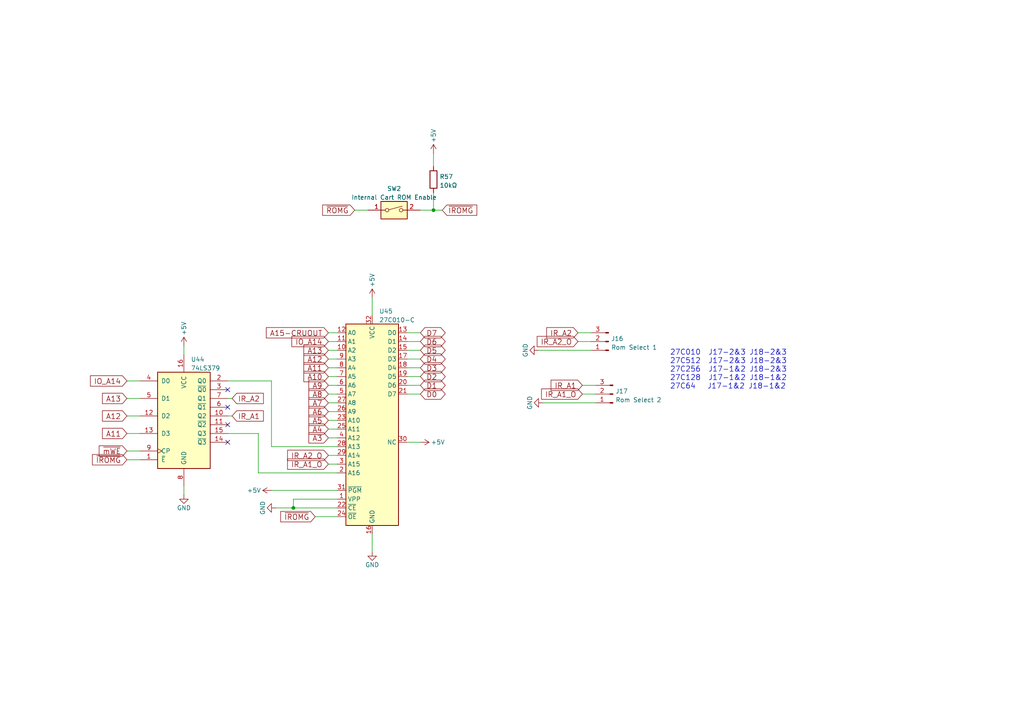
<source format=kicad_sch>
(kicad_sch (version 20211123) (generator eeschema)

  (uuid 6a3bec41-bcb2-435b-a3b3-ee924bf66780)

  (paper "A4")

  (title_block
    (title "TI-99/22")
    (date "2022-12-26")
    (rev "0.95")
    (company "Dan Werner - https://github.com/danwerner21/ti99_22")
    (comment 1 "Schematic for Keyboard, Joystick and Cassette port.")
    (comment 3 "was based on the HackMac KiCAD Design")
    (comment 4 "Based Robert Krenicki's design which")
    (comment 5 "Original - https://github.com/rkrenicki/TI99-Motherboard")
  )

  (lib_symbols
    (symbol "74xx:74LS379" (pin_names (offset 1.016)) (in_bom yes) (on_board yes)
      (property "Reference" "U" (id 0) (at -7.62 13.97 0)
        (effects (font (size 1.27 1.27)))
      )
      (property "Value" "74LS379" (id 1) (at -7.62 -16.51 0)
        (effects (font (size 1.27 1.27)))
      )
      (property "Footprint" "" (id 2) (at 0 0 0)
        (effects (font (size 1.27 1.27)) hide)
      )
      (property "Datasheet" "http://www.ti.com/lit/gpn/sn74LS379" (id 3) (at 0 0 0)
        (effects (font (size 1.27 1.27)) hide)
      )
      (property "ki_locked" "" (id 4) (at 0 0 0)
        (effects (font (size 1.27 1.27)))
      )
      (property "ki_keywords" "TTL REG DFF DFF4" (id 5) (at 0 0 0)
        (effects (font (size 1.27 1.27)) hide)
      )
      (property "ki_description" "4-bit Register" (id 6) (at 0 0 0)
        (effects (font (size 1.27 1.27)) hide)
      )
      (property "ki_fp_filters" "DIP?16*" (id 7) (at 0 0 0)
        (effects (font (size 1.27 1.27)) hide)
      )
      (symbol "74LS379_1_0"
        (pin input line (at -12.7 -12.7 0) (length 5.08)
          (name "~{E}" (effects (font (size 1.27 1.27))))
          (number "1" (effects (font (size 1.27 1.27))))
        )
        (pin output line (at 12.7 0 180) (length 5.08)
          (name "Q2" (effects (font (size 1.27 1.27))))
          (number "10" (effects (font (size 1.27 1.27))))
        )
        (pin output line (at 12.7 -2.54 180) (length 5.08)
          (name "~{Q2}" (effects (font (size 1.27 1.27))))
          (number "11" (effects (font (size 1.27 1.27))))
        )
        (pin input line (at -12.7 0 0) (length 5.08)
          (name "D2" (effects (font (size 1.27 1.27))))
          (number "12" (effects (font (size 1.27 1.27))))
        )
        (pin input line (at -12.7 -5.08 0) (length 5.08)
          (name "D3" (effects (font (size 1.27 1.27))))
          (number "13" (effects (font (size 1.27 1.27))))
        )
        (pin output line (at 12.7 -7.62 180) (length 5.08)
          (name "~{Q3}" (effects (font (size 1.27 1.27))))
          (number "14" (effects (font (size 1.27 1.27))))
        )
        (pin output line (at 12.7 -5.08 180) (length 5.08)
          (name "Q3" (effects (font (size 1.27 1.27))))
          (number "15" (effects (font (size 1.27 1.27))))
        )
        (pin power_in line (at 0 17.78 270) (length 5.08)
          (name "VCC" (effects (font (size 1.27 1.27))))
          (number "16" (effects (font (size 1.27 1.27))))
        )
        (pin output line (at 12.7 10.16 180) (length 5.08)
          (name "Q0" (effects (font (size 1.27 1.27))))
          (number "2" (effects (font (size 1.27 1.27))))
        )
        (pin output line (at 12.7 7.62 180) (length 5.08)
          (name "~{Q0}" (effects (font (size 1.27 1.27))))
          (number "3" (effects (font (size 1.27 1.27))))
        )
        (pin input line (at -12.7 10.16 0) (length 5.08)
          (name "D0" (effects (font (size 1.27 1.27))))
          (number "4" (effects (font (size 1.27 1.27))))
        )
        (pin input line (at -12.7 5.08 0) (length 5.08)
          (name "D1" (effects (font (size 1.27 1.27))))
          (number "5" (effects (font (size 1.27 1.27))))
        )
        (pin output line (at 12.7 2.54 180) (length 5.08)
          (name "~{Q1}" (effects (font (size 1.27 1.27))))
          (number "6" (effects (font (size 1.27 1.27))))
        )
        (pin output line (at 12.7 5.08 180) (length 5.08)
          (name "Q1" (effects (font (size 1.27 1.27))))
          (number "7" (effects (font (size 1.27 1.27))))
        )
        (pin power_in line (at 0 -20.32 90) (length 5.08)
          (name "GND" (effects (font (size 1.27 1.27))))
          (number "8" (effects (font (size 1.27 1.27))))
        )
        (pin input clock (at -12.7 -10.16 0) (length 5.08)
          (name "CP" (effects (font (size 1.27 1.27))))
          (number "9" (effects (font (size 1.27 1.27))))
        )
      )
      (symbol "74LS379_1_1"
        (rectangle (start -7.62 12.7) (end 7.62 -15.24)
          (stroke (width 0.254) (type default) (color 0 0 0 0))
          (fill (type background))
        )
      )
    )
    (symbol "Connector:Conn_01x03_Male" (pin_names (offset 1.016) hide) (in_bom yes) (on_board yes)
      (property "Reference" "J" (id 0) (at 0 5.08 0)
        (effects (font (size 1.27 1.27)))
      )
      (property "Value" "Conn_01x03_Male" (id 1) (at 0 -5.08 0)
        (effects (font (size 1.27 1.27)))
      )
      (property "Footprint" "" (id 2) (at 0 0 0)
        (effects (font (size 1.27 1.27)) hide)
      )
      (property "Datasheet" "~" (id 3) (at 0 0 0)
        (effects (font (size 1.27 1.27)) hide)
      )
      (property "ki_keywords" "connector" (id 4) (at 0 0 0)
        (effects (font (size 1.27 1.27)) hide)
      )
      (property "ki_description" "Generic connector, single row, 01x03, script generated (kicad-library-utils/schlib/autogen/connector/)" (id 5) (at 0 0 0)
        (effects (font (size 1.27 1.27)) hide)
      )
      (property "ki_fp_filters" "Connector*:*_1x??_*" (id 6) (at 0 0 0)
        (effects (font (size 1.27 1.27)) hide)
      )
      (symbol "Conn_01x03_Male_1_1"
        (polyline
          (pts
            (xy 1.27 -2.54)
            (xy 0.8636 -2.54)
          )
          (stroke (width 0.1524) (type default) (color 0 0 0 0))
          (fill (type none))
        )
        (polyline
          (pts
            (xy 1.27 0)
            (xy 0.8636 0)
          )
          (stroke (width 0.1524) (type default) (color 0 0 0 0))
          (fill (type none))
        )
        (polyline
          (pts
            (xy 1.27 2.54)
            (xy 0.8636 2.54)
          )
          (stroke (width 0.1524) (type default) (color 0 0 0 0))
          (fill (type none))
        )
        (rectangle (start 0.8636 -2.413) (end 0 -2.667)
          (stroke (width 0.1524) (type default) (color 0 0 0 0))
          (fill (type outline))
        )
        (rectangle (start 0.8636 0.127) (end 0 -0.127)
          (stroke (width 0.1524) (type default) (color 0 0 0 0))
          (fill (type outline))
        )
        (rectangle (start 0.8636 2.667) (end 0 2.413)
          (stroke (width 0.1524) (type default) (color 0 0 0 0))
          (fill (type outline))
        )
        (pin passive line (at 5.08 2.54 180) (length 3.81)
          (name "Pin_1" (effects (font (size 1.27 1.27))))
          (number "1" (effects (font (size 1.27 1.27))))
        )
        (pin passive line (at 5.08 0 180) (length 3.81)
          (name "Pin_2" (effects (font (size 1.27 1.27))))
          (number "2" (effects (font (size 1.27 1.27))))
        )
        (pin passive line (at 5.08 -2.54 180) (length 3.81)
          (name "Pin_3" (effects (font (size 1.27 1.27))))
          (number "3" (effects (font (size 1.27 1.27))))
        )
      )
    )
    (symbol "Device:R" (pin_numbers hide) (pin_names (offset 0)) (in_bom yes) (on_board yes)
      (property "Reference" "R" (id 0) (at 2.032 0 90)
        (effects (font (size 1.27 1.27)))
      )
      (property "Value" "R" (id 1) (at 0 0 90)
        (effects (font (size 1.27 1.27)))
      )
      (property "Footprint" "" (id 2) (at -1.778 0 90)
        (effects (font (size 1.27 1.27)) hide)
      )
      (property "Datasheet" "~" (id 3) (at 0 0 0)
        (effects (font (size 1.27 1.27)) hide)
      )
      (property "ki_keywords" "R res resistor" (id 4) (at 0 0 0)
        (effects (font (size 1.27 1.27)) hide)
      )
      (property "ki_description" "Resistor" (id 5) (at 0 0 0)
        (effects (font (size 1.27 1.27)) hide)
      )
      (property "ki_fp_filters" "R_*" (id 6) (at 0 0 0)
        (effects (font (size 1.27 1.27)) hide)
      )
      (symbol "R_0_1"
        (rectangle (start -1.016 -2.54) (end 1.016 2.54)
          (stroke (width 0.254) (type default) (color 0 0 0 0))
          (fill (type none))
        )
      )
      (symbol "R_1_1"
        (pin passive line (at 0 3.81 270) (length 1.27)
          (name "~" (effects (font (size 1.27 1.27))))
          (number "1" (effects (font (size 1.27 1.27))))
        )
        (pin passive line (at 0 -3.81 90) (length 1.27)
          (name "~" (effects (font (size 1.27 1.27))))
          (number "2" (effects (font (size 1.27 1.27))))
        )
      )
    )
    (symbol "Switch:SW_DIP_x01" (pin_names (offset 0) hide) (in_bom yes) (on_board yes)
      (property "Reference" "SW" (id 0) (at 0 3.81 0)
        (effects (font (size 1.27 1.27)))
      )
      (property "Value" "SW_DIP_x01" (id 1) (at 0 -3.81 0)
        (effects (font (size 1.27 1.27)))
      )
      (property "Footprint" "" (id 2) (at 0 0 0)
        (effects (font (size 1.27 1.27)) hide)
      )
      (property "Datasheet" "~" (id 3) (at 0 0 0)
        (effects (font (size 1.27 1.27)) hide)
      )
      (property "ki_keywords" "dip switch" (id 4) (at 0 0 0)
        (effects (font (size 1.27 1.27)) hide)
      )
      (property "ki_description" "1x DIP Switch, Single Pole Single Throw (SPST) switch, small symbol" (id 5) (at 0 0 0)
        (effects (font (size 1.27 1.27)) hide)
      )
      (property "ki_fp_filters" "SW?DIP?x1*" (id 6) (at 0 0 0)
        (effects (font (size 1.27 1.27)) hide)
      )
      (symbol "SW_DIP_x01_0_0"
        (circle (center -2.032 0) (radius 0.508)
          (stroke (width 0) (type default) (color 0 0 0 0))
          (fill (type none))
        )
        (polyline
          (pts
            (xy -1.524 0.127)
            (xy 2.3622 1.1684)
          )
          (stroke (width 0) (type default) (color 0 0 0 0))
          (fill (type none))
        )
        (circle (center 2.032 0) (radius 0.508)
          (stroke (width 0) (type default) (color 0 0 0 0))
          (fill (type none))
        )
      )
      (symbol "SW_DIP_x01_0_1"
        (rectangle (start -3.81 2.54) (end 3.81 -2.54)
          (stroke (width 0.254) (type default) (color 0 0 0 0))
          (fill (type background))
        )
      )
      (symbol "SW_DIP_x01_1_1"
        (pin passive line (at -7.62 0 0) (length 5.08)
          (name "~" (effects (font (size 1.27 1.27))))
          (number "1" (effects (font (size 1.27 1.27))))
        )
        (pin passive line (at 7.62 0 180) (length 5.08)
          (name "~" (effects (font (size 1.27 1.27))))
          (number "2" (effects (font (size 1.27 1.27))))
        )
      )
    )
    (symbol "Werner_custom:27C010-C" (in_bom yes) (on_board yes)
      (property "Reference" "U" (id 0) (at -7.62 29.21 0)
        (effects (font (size 1.27 1.27)))
      )
      (property "Value" "27C010-C" (id 1) (at 2.54 -31.75 0)
        (effects (font (size 1.27 1.27)) (justify left))
      )
      (property "Footprint" "" (id 2) (at 0 0 0)
        (effects (font (size 1.27 1.27)) hide)
      )
      (property "Datasheet" "http://ww1.microchip.com/downloads/en/DeviceDoc/doc0321.pdf" (id 3) (at 0 0 0)
        (effects (font (size 1.27 1.27)) hide)
      )
      (property "ki_keywords" "OTP EPROM 1MiBit" (id 4) (at 0 0 0)
        (effects (font (size 1.27 1.27)) hide)
      )
      (property "ki_description" "OTP EPROM 1 MiBit (128 Ki x 8 Bit)" (id 5) (at 0 0 0)
        (effects (font (size 1.27 1.27)) hide)
      )
      (property "ki_fp_filters" "DIP*W15.24mm* PLCC*" (id 6) (at 0 0 0)
        (effects (font (size 1.27 1.27)) hide)
      )
      (symbol "27C010-C_1_1"
        (rectangle (start -7.62 27.94) (end 7.62 -30.48)
          (stroke (width 0.254) (type default) (color 0 0 0 0))
          (fill (type background))
        )
        (pin input line (at -10.16 -22.86 0) (length 2.54)
          (name "VPP" (effects (font (size 1.27 1.27))))
          (number "1" (effects (font (size 1.27 1.27))))
        )
        (pin input line (at -10.16 20.32 0) (length 2.54)
          (name "A2" (effects (font (size 1.27 1.27))))
          (number "10" (effects (font (size 1.27 1.27))))
        )
        (pin input line (at -10.16 22.86 0) (length 2.54)
          (name "A1" (effects (font (size 1.27 1.27))))
          (number "11" (effects (font (size 1.27 1.27))))
        )
        (pin input line (at -10.16 25.4 0) (length 2.54)
          (name "A0" (effects (font (size 1.27 1.27))))
          (number "12" (effects (font (size 1.27 1.27))))
        )
        (pin tri_state line (at 10.16 25.4 180) (length 2.54)
          (name "D0" (effects (font (size 1.27 1.27))))
          (number "13" (effects (font (size 1.27 1.27))))
        )
        (pin tri_state line (at 10.16 22.86 180) (length 2.54)
          (name "D1" (effects (font (size 1.27 1.27))))
          (number "14" (effects (font (size 1.27 1.27))))
        )
        (pin tri_state line (at 10.16 20.32 180) (length 2.54)
          (name "D2" (effects (font (size 1.27 1.27))))
          (number "15" (effects (font (size 1.27 1.27))))
        )
        (pin power_in line (at 0 -33.02 90) (length 2.54)
          (name "GND" (effects (font (size 1.27 1.27))))
          (number "16" (effects (font (size 1.27 1.27))))
        )
        (pin tri_state line (at 10.16 17.78 180) (length 2.54)
          (name "D3" (effects (font (size 1.27 1.27))))
          (number "17" (effects (font (size 1.27 1.27))))
        )
        (pin tri_state line (at 10.16 15.24 180) (length 2.54)
          (name "D4" (effects (font (size 1.27 1.27))))
          (number "18" (effects (font (size 1.27 1.27))))
        )
        (pin tri_state line (at 10.16 12.7 180) (length 2.54)
          (name "D5" (effects (font (size 1.27 1.27))))
          (number "19" (effects (font (size 1.27 1.27))))
        )
        (pin input line (at -10.16 -15.24 0) (length 2.54)
          (name "A16" (effects (font (size 1.27 1.27))))
          (number "2" (effects (font (size 1.27 1.27))))
        )
        (pin tri_state line (at 10.16 10.16 180) (length 2.54)
          (name "D6" (effects (font (size 1.27 1.27))))
          (number "20" (effects (font (size 1.27 1.27))))
        )
        (pin tri_state line (at 10.16 7.62 180) (length 2.54)
          (name "D7" (effects (font (size 1.27 1.27))))
          (number "21" (effects (font (size 1.27 1.27))))
        )
        (pin input line (at -10.16 -25.4 0) (length 2.54)
          (name "~{CE}" (effects (font (size 1.27 1.27))))
          (number "22" (effects (font (size 1.27 1.27))))
        )
        (pin input line (at -10.16 0 0) (length 2.54)
          (name "A10" (effects (font (size 1.27 1.27))))
          (number "23" (effects (font (size 1.27 1.27))))
        )
        (pin input line (at -10.16 -27.94 0) (length 2.54)
          (name "~{OE}" (effects (font (size 1.27 1.27))))
          (number "24" (effects (font (size 1.27 1.27))))
        )
        (pin input line (at -10.16 -2.54 0) (length 2.54)
          (name "A11" (effects (font (size 1.27 1.27))))
          (number "25" (effects (font (size 1.27 1.27))))
        )
        (pin input line (at -10.16 2.54 0) (length 2.54)
          (name "A9" (effects (font (size 1.27 1.27))))
          (number "26" (effects (font (size 1.27 1.27))))
        )
        (pin input line (at -10.16 5.08 0) (length 2.54)
          (name "A8" (effects (font (size 1.27 1.27))))
          (number "27" (effects (font (size 1.27 1.27))))
        )
        (pin input line (at -10.16 -7.62 0) (length 2.54)
          (name "A13" (effects (font (size 1.27 1.27))))
          (number "28" (effects (font (size 1.27 1.27))))
        )
        (pin input line (at -10.16 -10.16 0) (length 2.54)
          (name "A14" (effects (font (size 1.27 1.27))))
          (number "29" (effects (font (size 1.27 1.27))))
        )
        (pin input line (at -10.16 -12.7 0) (length 2.54)
          (name "A15" (effects (font (size 1.27 1.27))))
          (number "3" (effects (font (size 1.27 1.27))))
        )
        (pin power_in line (at 10.16 -6.35 180) (length 2.54)
          (name "NC" (effects (font (size 1.27 1.27))))
          (number "30" (effects (font (size 1.27 1.27))))
        )
        (pin input line (at -10.16 -20.32 0) (length 2.54)
          (name "~{PGM}" (effects (font (size 1.27 1.27))))
          (number "31" (effects (font (size 1.27 1.27))))
        )
        (pin power_in line (at 0 30.48 270) (length 2.54)
          (name "VCC" (effects (font (size 1.27 1.27))))
          (number "32" (effects (font (size 1.27 1.27))))
        )
        (pin input line (at -10.16 -5.08 0) (length 2.54)
          (name "A12" (effects (font (size 1.27 1.27))))
          (number "4" (effects (font (size 1.27 1.27))))
        )
        (pin input line (at -10.16 7.62 0) (length 2.54)
          (name "A7" (effects (font (size 1.27 1.27))))
          (number "5" (effects (font (size 1.27 1.27))))
        )
        (pin input line (at -10.16 10.16 0) (length 2.54)
          (name "A6" (effects (font (size 1.27 1.27))))
          (number "6" (effects (font (size 1.27 1.27))))
        )
        (pin input line (at -10.16 12.7 0) (length 2.54)
          (name "A5" (effects (font (size 1.27 1.27))))
          (number "7" (effects (font (size 1.27 1.27))))
        )
        (pin input line (at -10.16 15.24 0) (length 2.54)
          (name "A4" (effects (font (size 1.27 1.27))))
          (number "8" (effects (font (size 1.27 1.27))))
        )
        (pin input line (at -10.16 17.78 0) (length 2.54)
          (name "A3" (effects (font (size 1.27 1.27))))
          (number "9" (effects (font (size 1.27 1.27))))
        )
      )
    )
    (symbol "power:+5V" (power) (pin_names (offset 0)) (in_bom yes) (on_board yes)
      (property "Reference" "#PWR" (id 0) (at 0 -3.81 0)
        (effects (font (size 1.27 1.27)) hide)
      )
      (property "Value" "+5V" (id 1) (at 0 3.556 0)
        (effects (font (size 1.27 1.27)))
      )
      (property "Footprint" "" (id 2) (at 0 0 0)
        (effects (font (size 1.27 1.27)) hide)
      )
      (property "Datasheet" "" (id 3) (at 0 0 0)
        (effects (font (size 1.27 1.27)) hide)
      )
      (property "ki_keywords" "power-flag" (id 4) (at 0 0 0)
        (effects (font (size 1.27 1.27)) hide)
      )
      (property "ki_description" "Power symbol creates a global label with name \"+5V\"" (id 5) (at 0 0 0)
        (effects (font (size 1.27 1.27)) hide)
      )
      (symbol "+5V_0_1"
        (polyline
          (pts
            (xy -0.762 1.27)
            (xy 0 2.54)
          )
          (stroke (width 0) (type default) (color 0 0 0 0))
          (fill (type none))
        )
        (polyline
          (pts
            (xy 0 0)
            (xy 0 2.54)
          )
          (stroke (width 0) (type default) (color 0 0 0 0))
          (fill (type none))
        )
        (polyline
          (pts
            (xy 0 2.54)
            (xy 0.762 1.27)
          )
          (stroke (width 0) (type default) (color 0 0 0 0))
          (fill (type none))
        )
      )
      (symbol "+5V_1_1"
        (pin power_in line (at 0 0 90) (length 0) hide
          (name "+5V" (effects (font (size 1.27 1.27))))
          (number "1" (effects (font (size 1.27 1.27))))
        )
      )
    )
    (symbol "power:GND" (power) (pin_names (offset 0)) (in_bom yes) (on_board yes)
      (property "Reference" "#PWR" (id 0) (at 0 -6.35 0)
        (effects (font (size 1.27 1.27)) hide)
      )
      (property "Value" "GND" (id 1) (at 0 -3.81 0)
        (effects (font (size 1.27 1.27)))
      )
      (property "Footprint" "" (id 2) (at 0 0 0)
        (effects (font (size 1.27 1.27)) hide)
      )
      (property "Datasheet" "" (id 3) (at 0 0 0)
        (effects (font (size 1.27 1.27)) hide)
      )
      (property "ki_keywords" "power-flag" (id 4) (at 0 0 0)
        (effects (font (size 1.27 1.27)) hide)
      )
      (property "ki_description" "Power symbol creates a global label with name \"GND\" , ground" (id 5) (at 0 0 0)
        (effects (font (size 1.27 1.27)) hide)
      )
      (symbol "GND_0_1"
        (polyline
          (pts
            (xy 0 0)
            (xy 0 -1.27)
            (xy 1.27 -1.27)
            (xy 0 -2.54)
            (xy -1.27 -1.27)
            (xy 0 -1.27)
          )
          (stroke (width 0) (type default) (color 0 0 0 0))
          (fill (type none))
        )
      )
      (symbol "GND_1_1"
        (pin power_in line (at 0 0 270) (length 0) hide
          (name "GND" (effects (font (size 1.27 1.27))))
          (number "1" (effects (font (size 1.27 1.27))))
        )
      )
    )
  )

  (junction (at 85.09 147.32) (diameter 0) (color 0 0 0 0)
    (uuid 37838aca-029e-4ce3-b7e9-f26f9b674974)
  )
  (junction (at 125.73 60.96) (diameter 0) (color 0 0 0 0)
    (uuid eafb6fd7-a952-4276-afdd-9b5b95934335)
  )

  (no_connect (at 66.04 128.27) (uuid fd905b34-56c2-4f74-b07b-6f1b6c6a00d7))
  (no_connect (at 66.04 123.19) (uuid fd905b34-56c2-4f74-b07b-6f1b6c6a00d8))
  (no_connect (at 66.04 113.03) (uuid fd905b34-56c2-4f74-b07b-6f1b6c6a00d9))
  (no_connect (at 66.04 118.11) (uuid fd905b34-56c2-4f74-b07b-6f1b6c6a00da))

  (wire (pts (xy 78.74 110.49) (xy 66.04 110.49))
    (stroke (width 0) (type default) (color 0 0 0 0))
    (uuid 01c04008-95cf-49ab-8dfe-e53ea69acb30)
  )
  (wire (pts (xy 125.73 55.88) (xy 125.73 60.96))
    (stroke (width 0) (type default) (color 0 0 0 0))
    (uuid 1257e99e-82cb-42e2-a67c-a3c8582f62a5)
  )
  (wire (pts (xy 97.79 129.54) (xy 78.74 129.54))
    (stroke (width 0) (type default) (color 0 0 0 0))
    (uuid 131da88c-b8a9-439f-8372-d1cf002b9d55)
  )
  (wire (pts (xy 95.25 119.38) (xy 97.79 119.38))
    (stroke (width 0) (type default) (color 0 0 0 0))
    (uuid 13999bc3-ff6a-45e5-b248-2031da50a4b9)
  )
  (wire (pts (xy 74.93 137.16) (xy 97.79 137.16))
    (stroke (width 0) (type default) (color 0 0 0 0))
    (uuid 1635bb0c-6656-49e1-b793-a8bf9f18944c)
  )
  (wire (pts (xy 95.25 109.22) (xy 97.79 109.22))
    (stroke (width 0) (type default) (color 0 0 0 0))
    (uuid 1ba23507-c219-4adf-9e14-3448f998f1cc)
  )
  (wire (pts (xy 102.87 60.96) (xy 106.68 60.96))
    (stroke (width 0) (type default) (color 0 0 0 0))
    (uuid 27f5aeb3-6812-4bce-a6f8-0bfcad5fbd20)
  )
  (wire (pts (xy 53.34 140.97) (xy 53.34 143.51))
    (stroke (width 0) (type default) (color 0 0 0 0))
    (uuid 2bc494b2-b371-4aac-b268-49b6c0bbe5ba)
  )
  (wire (pts (xy 36.83 125.73) (xy 40.64 125.73))
    (stroke (width 0) (type default) (color 0 0 0 0))
    (uuid 2f9c1572-92f0-4ed3-86f0-a4adabdd8cdb)
  )
  (wire (pts (xy 36.83 120.65) (xy 40.64 120.65))
    (stroke (width 0) (type default) (color 0 0 0 0))
    (uuid 303c8ea9-5cc1-4713-9551-9d03cb80c2f7)
  )
  (wire (pts (xy 118.11 128.27) (xy 121.92 128.27))
    (stroke (width 0) (type default) (color 0 0 0 0))
    (uuid 33c59ea9-e23e-400b-a074-f2aa5c356395)
  )
  (wire (pts (xy 66.04 120.65) (xy 67.31 120.65))
    (stroke (width 0) (type default) (color 0 0 0 0))
    (uuid 401f5b79-02fd-440e-86cc-a3d919550cec)
  )
  (wire (pts (xy 168.91 114.3) (xy 172.72 114.3))
    (stroke (width 0) (type default) (color 0 0 0 0))
    (uuid 44bc5f35-2490-4b2d-ac37-07c838da8a9c)
  )
  (wire (pts (xy 95.25 96.52) (xy 97.79 96.52))
    (stroke (width 0) (type default) (color 0 0 0 0))
    (uuid 5821c6f8-e366-4afa-babc-a0aaa8c35e4f)
  )
  (wire (pts (xy 125.73 44.45) (xy 125.73 48.26))
    (stroke (width 0) (type default) (color 0 0 0 0))
    (uuid 5abc9bdd-d58f-4e99-875c-00b0a40d75c5)
  )
  (wire (pts (xy 118.11 101.6) (xy 121.92 101.6))
    (stroke (width 0) (type default) (color 0 0 0 0))
    (uuid 5e0f3dc4-52ab-43bf-8c82-ce6ada863e08)
  )
  (wire (pts (xy 95.25 121.92) (xy 97.79 121.92))
    (stroke (width 0) (type default) (color 0 0 0 0))
    (uuid 6f6ae847-d87d-4590-a585-d18f3c39d79f)
  )
  (wire (pts (xy 95.25 116.84) (xy 97.79 116.84))
    (stroke (width 0) (type default) (color 0 0 0 0))
    (uuid 75e6c027-701d-4448-9dda-7eb5c10811fe)
  )
  (wire (pts (xy 85.09 144.78) (xy 85.09 147.32))
    (stroke (width 0) (type default) (color 0 0 0 0))
    (uuid 780c1eaa-a9cb-4bb6-8669-3d1bcdb05fea)
  )
  (wire (pts (xy 118.11 109.22) (xy 121.92 109.22))
    (stroke (width 0) (type default) (color 0 0 0 0))
    (uuid 7ac7a595-f145-48a7-a9a5-a041d007623d)
  )
  (wire (pts (xy 107.95 154.94) (xy 107.95 160.02))
    (stroke (width 0) (type default) (color 0 0 0 0))
    (uuid 7e343ec4-1687-4543-8c12-ced9ee69bcac)
  )
  (wire (pts (xy 167.64 96.52) (xy 171.45 96.52))
    (stroke (width 0) (type default) (color 0 0 0 0))
    (uuid 81851532-5f9e-4ff6-92d4-4e06008f1870)
  )
  (wire (pts (xy 107.95 86.36) (xy 107.95 91.44))
    (stroke (width 0) (type default) (color 0 0 0 0))
    (uuid 8798899a-f86f-4b14-b542-cd7df0c57af3)
  )
  (wire (pts (xy 95.25 114.3) (xy 97.79 114.3))
    (stroke (width 0) (type default) (color 0 0 0 0))
    (uuid 88d43345-237d-4f9d-b493-170c8baf1bfc)
  )
  (wire (pts (xy 36.83 130.81) (xy 40.64 130.81))
    (stroke (width 0) (type default) (color 0 0 0 0))
    (uuid 8af6b684-d32b-484b-a4d3-6a742b3e6a9f)
  )
  (wire (pts (xy 118.11 104.14) (xy 121.92 104.14))
    (stroke (width 0) (type default) (color 0 0 0 0))
    (uuid 8dfbbe79-fda4-4369-818c-317fcde4778c)
  )
  (wire (pts (xy 91.44 149.86) (xy 97.79 149.86))
    (stroke (width 0) (type default) (color 0 0 0 0))
    (uuid 9075270f-9b19-4b3c-8022-6462aef1ef02)
  )
  (wire (pts (xy 78.74 129.54) (xy 78.74 110.49))
    (stroke (width 0) (type default) (color 0 0 0 0))
    (uuid 9479201a-da91-4662-b365-27a5105d0906)
  )
  (wire (pts (xy 74.93 125.73) (xy 74.93 137.16))
    (stroke (width 0) (type default) (color 0 0 0 0))
    (uuid 95ae8e89-cd55-467d-8f24-cec6437b9fbb)
  )
  (wire (pts (xy 121.92 60.96) (xy 125.73 60.96))
    (stroke (width 0) (type default) (color 0 0 0 0))
    (uuid 9858701c-beb1-499e-9e4f-1c71a78ef606)
  )
  (wire (pts (xy 157.48 116.84) (xy 172.72 116.84))
    (stroke (width 0) (type default) (color 0 0 0 0))
    (uuid 9bbda819-c3d0-481d-9faa-6104bcf631eb)
  )
  (wire (pts (xy 95.25 104.14) (xy 97.79 104.14))
    (stroke (width 0) (type default) (color 0 0 0 0))
    (uuid 9f0336a1-f986-43ec-8fa0-f0fa1f59ac7f)
  )
  (wire (pts (xy 95.25 111.76) (xy 97.79 111.76))
    (stroke (width 0) (type default) (color 0 0 0 0))
    (uuid a090b987-56ce-4a6f-a102-d58743294e57)
  )
  (wire (pts (xy 95.25 134.62) (xy 97.79 134.62))
    (stroke (width 0) (type default) (color 0 0 0 0))
    (uuid a1737661-cbdc-421e-b11f-41b2e488b2a2)
  )
  (wire (pts (xy 95.25 106.68) (xy 97.79 106.68))
    (stroke (width 0) (type default) (color 0 0 0 0))
    (uuid a623ca01-7f54-47bf-9367-cc119ac67ee0)
  )
  (wire (pts (xy 118.11 96.52) (xy 121.92 96.52))
    (stroke (width 0) (type default) (color 0 0 0 0))
    (uuid a7c163c3-4477-45cf-91b6-b1b64f53566c)
  )
  (wire (pts (xy 118.11 99.06) (xy 121.92 99.06))
    (stroke (width 0) (type default) (color 0 0 0 0))
    (uuid a9280181-6d5b-4d93-8a62-8f8440323db1)
  )
  (wire (pts (xy 118.11 111.76) (xy 121.92 111.76))
    (stroke (width 0) (type default) (color 0 0 0 0))
    (uuid ab3f3973-25aa-4efa-9ed5-b7b7a36fb1cc)
  )
  (wire (pts (xy 78.74 142.24) (xy 97.79 142.24))
    (stroke (width 0) (type default) (color 0 0 0 0))
    (uuid ad12bc97-4a19-4e7a-b763-4ac19872f8d1)
  )
  (wire (pts (xy 66.04 125.73) (xy 74.93 125.73))
    (stroke (width 0) (type default) (color 0 0 0 0))
    (uuid b4882615-5f13-45f6-898d-006618d61166)
  )
  (wire (pts (xy 36.83 133.35) (xy 40.64 133.35))
    (stroke (width 0) (type default) (color 0 0 0 0))
    (uuid b70c8364-f22e-40e1-9e06-6e5f07617e9d)
  )
  (wire (pts (xy 95.25 101.6) (xy 97.79 101.6))
    (stroke (width 0) (type default) (color 0 0 0 0))
    (uuid baf83682-cf2b-45d5-83f9-ffbaf0b6a2fa)
  )
  (wire (pts (xy 66.04 115.57) (xy 67.31 115.57))
    (stroke (width 0) (type default) (color 0 0 0 0))
    (uuid bd0756ac-ee7d-408d-a47f-7c51b3deab0a)
  )
  (wire (pts (xy 118.11 106.68) (xy 121.92 106.68))
    (stroke (width 0) (type default) (color 0 0 0 0))
    (uuid bdbd7e4f-8252-4755-a484-0a44fb95bb16)
  )
  (wire (pts (xy 95.25 99.06) (xy 97.79 99.06))
    (stroke (width 0) (type default) (color 0 0 0 0))
    (uuid c17f5b1f-fefd-415e-9583-59f7d6ecfbf6)
  )
  (wire (pts (xy 36.83 110.49) (xy 40.64 110.49))
    (stroke (width 0) (type default) (color 0 0 0 0))
    (uuid c1f9ee27-385c-490d-aabf-af9047b594be)
  )
  (wire (pts (xy 80.01 147.32) (xy 85.09 147.32))
    (stroke (width 0) (type default) (color 0 0 0 0))
    (uuid c7972788-4741-4676-a6b3-4274e456a13d)
  )
  (wire (pts (xy 97.79 144.78) (xy 85.09 144.78))
    (stroke (width 0) (type default) (color 0 0 0 0))
    (uuid c9b6ed5b-0de0-4d00-87e3-2e6b93b56ef2)
  )
  (wire (pts (xy 85.09 147.32) (xy 97.79 147.32))
    (stroke (width 0) (type default) (color 0 0 0 0))
    (uuid caf3dae0-5b1d-46c5-aef2-7985ac3a8a80)
  )
  (wire (pts (xy 125.73 60.96) (xy 128.27 60.96))
    (stroke (width 0) (type default) (color 0 0 0 0))
    (uuid cc96443f-4471-4a52-816d-c64c8d988c04)
  )
  (wire (pts (xy 167.64 99.06) (xy 171.45 99.06))
    (stroke (width 0) (type default) (color 0 0 0 0))
    (uuid ce44f0d8-5017-44a7-b735-eaf6bb0a3767)
  )
  (wire (pts (xy 118.11 114.3) (xy 121.92 114.3))
    (stroke (width 0) (type default) (color 0 0 0 0))
    (uuid d20abba9-16e2-4ebb-9b8b-a92a4860f9e9)
  )
  (wire (pts (xy 156.21 101.6) (xy 171.45 101.6))
    (stroke (width 0) (type default) (color 0 0 0 0))
    (uuid d9819f67-aed7-4251-9f69-9465345a7c6b)
  )
  (wire (pts (xy 36.83 115.57) (xy 40.64 115.57))
    (stroke (width 0) (type default) (color 0 0 0 0))
    (uuid db3dfbd6-1536-404b-a0d5-c03dfa20d7d4)
  )
  (wire (pts (xy 53.34 100.33) (xy 53.34 102.87))
    (stroke (width 0) (type default) (color 0 0 0 0))
    (uuid dd4b16a0-2a02-4185-b307-4729504e39fc)
  )
  (wire (pts (xy 95.25 127) (xy 97.79 127))
    (stroke (width 0) (type default) (color 0 0 0 0))
    (uuid e2adf03b-9d8f-4b9b-bfb6-9131d060a56e)
  )
  (wire (pts (xy 95.25 124.46) (xy 97.79 124.46))
    (stroke (width 0) (type default) (color 0 0 0 0))
    (uuid ed1e643b-1acc-4f62-a579-166af895a0da)
  )
  (wire (pts (xy 168.91 111.76) (xy 172.72 111.76))
    (stroke (width 0) (type default) (color 0 0 0 0))
    (uuid f2a08605-4a0d-476c-8eef-1c7cf2306111)
  )
  (wire (pts (xy 95.25 132.08) (xy 97.79 132.08))
    (stroke (width 0) (type default) (color 0 0 0 0))
    (uuid fc3c7ed4-324c-4984-952b-1b01b730a1ae)
  )

  (text "27C010  J17-2&3 J18-2&3\n27C512  J17-2&3 J18-2&3\n27C256  J17-1&2 J18-2&3\n27C128  J17-1&2 J18-1&2\n27C64   J17-1&2 J18-1&2\n"
    (at 194.31 113.03 0)
    (effects (font (size 1.524 1.524)) (justify left bottom))
    (uuid fe626795-df00-4454-bbe1-ac6f0ef0944d)
  )

  (global_label "D1" (shape bidirectional) (at 121.92 111.76 0) (fields_autoplaced)
    (effects (font (size 1.524 1.524)) (justify left))
    (uuid 01dc47bc-ecb6-4a6d-95ef-3b20117f1beb)
    (property "Intersheet References" "${INTERSHEET_REFS}" (id 0) (at 240.03 251.46 0)
      (effects (font (size 1.27 1.27)) hide)
    )
  )
  (global_label "A8" (shape input) (at 95.25 114.3 180) (fields_autoplaced)
    (effects (font (size 1.524 1.524)) (justify right))
    (uuid 0b43d4bf-d593-4c84-8191-a6ea248eda1a)
    (property "Intersheet References" "${INTERSHEET_REFS}" (id 0) (at 226.06 259.08 0)
      (effects (font (size 1.27 1.27)) hide)
    )
  )
  (global_label "D6" (shape bidirectional) (at 121.92 99.06 0) (fields_autoplaced)
    (effects (font (size 1.524 1.524)) (justify left))
    (uuid 0f77438d-8b72-4350-b1ea-24923b50885f)
    (property "Intersheet References" "${INTERSHEET_REFS}" (id 0) (at 240.03 226.06 0)
      (effects (font (size 1.27 1.27)) hide)
    )
  )
  (global_label "IR_A2_O" (shape input) (at 95.25 132.08 180) (fields_autoplaced)
    (effects (font (size 1.524 1.524)) (justify right))
    (uuid 13849440-0cf9-4df6-8830-97cdbce2e2a4)
    (property "Intersheet References" "${INTERSHEET_REFS}" (id 0) (at 83.5348 131.9848 0)
      (effects (font (size 1.524 1.524)) (justify right) hide)
    )
  )
  (global_label "~{IROMG}" (shape input) (at 36.83 133.35 180) (fields_autoplaced)
    (effects (font (size 1.524 1.524)) (justify right))
    (uuid 161d3450-cd98-4fc2-bb0e-1dccb72beba5)
    (property "Intersheet References" "${INTERSHEET_REFS}" (id 0) (at 26.9291 133.4452 0)
      (effects (font (size 1.524 1.524)) (justify right) hide)
    )
  )
  (global_label "A12" (shape input) (at 95.25 104.14 180) (fields_autoplaced)
    (effects (font (size 1.524 1.524)) (justify right))
    (uuid 25ba403b-d9ec-423a-832d-718893bc37cb)
    (property "Intersheet References" "${INTERSHEET_REFS}" (id 0) (at 226.06 238.76 0)
      (effects (font (size 1.27 1.27)) hide)
    )
  )
  (global_label "~{IROMG}" (shape input) (at 91.44 149.86 180) (fields_autoplaced)
    (effects (font (size 1.524 1.524)) (justify right))
    (uuid 3c46100c-840e-49fc-b4cf-f14a6f071318)
    (property "Intersheet References" "${INTERSHEET_REFS}" (id 0) (at 81.5391 149.9552 0)
      (effects (font (size 1.524 1.524)) (justify right) hide)
    )
  )
  (global_label "D5" (shape bidirectional) (at 121.92 101.6 0) (fields_autoplaced)
    (effects (font (size 1.524 1.524)) (justify left))
    (uuid 49f394d8-f938-4c50-a7dc-97ba442a8bee)
    (property "Intersheet References" "${INTERSHEET_REFS}" (id 0) (at 240.03 231.14 0)
      (effects (font (size 1.27 1.27)) hide)
    )
  )
  (global_label "A10" (shape input) (at 95.25 109.22 180) (fields_autoplaced)
    (effects (font (size 1.524 1.524)) (justify right))
    (uuid 4dba3992-aa66-4967-ab26-76510debf629)
    (property "Intersheet References" "${INTERSHEET_REFS}" (id 0) (at 226.06 248.92 0)
      (effects (font (size 1.27 1.27)) hide)
    )
  )
  (global_label "~{IROMG}" (shape input) (at 128.27 60.96 0) (fields_autoplaced)
    (effects (font (size 1.524 1.524)) (justify left))
    (uuid 4e0a2a3c-aac3-4115-bf2b-c5a86c997c1d)
    (property "Intersheet References" "${INTERSHEET_REFS}" (id 0) (at 138.1709 60.8648 0)
      (effects (font (size 1.524 1.524)) (justify left) hide)
    )
  )
  (global_label "~{mWE}" (shape input) (at 36.83 130.81 180) (fields_autoplaced)
    (effects (font (size 1.524 1.524)) (justify right))
    (uuid 533c7923-6d57-4e32-8510-fed79fb11dda)
    (property "Intersheet References" "${INTERSHEET_REFS}" (id 0) (at 5.08 20.32 0)
      (effects (font (size 1.27 1.27)) hide)
    )
  )
  (global_label "A13" (shape input) (at 36.83 115.57 180) (fields_autoplaced)
    (effects (font (size 1.524 1.524)) (justify right))
    (uuid 5b8c4317-b97d-4d3c-817c-9d213c7c8fef)
    (property "Intersheet References" "${INTERSHEET_REFS}" (id 0) (at 167.64 247.65 0)
      (effects (font (size 1.27 1.27)) hide)
    )
  )
  (global_label "IR_A2_O" (shape input) (at 167.64 99.06 180) (fields_autoplaced)
    (effects (font (size 1.524 1.524)) (justify right))
    (uuid 605cfcb2-42a8-4653-80eb-49fe7b55a0f3)
    (property "Intersheet References" "${INTERSHEET_REFS}" (id 0) (at 155.9248 98.9648 0)
      (effects (font (size 1.524 1.524)) (justify right) hide)
    )
  )
  (global_label "IR_A2" (shape input) (at 67.31 115.57 0) (fields_autoplaced)
    (effects (font (size 1.524 1.524)) (justify left))
    (uuid 6280f5ae-ee78-4c9d-9a3d-87b51eff03b4)
    (property "Intersheet References" "${INTERSHEET_REFS}" (id 0) (at 76.2675 115.4748 0)
      (effects (font (size 1.524 1.524)) (justify left) hide)
    )
  )
  (global_label "~{ROMG}" (shape input) (at 102.87 60.96 180) (fields_autoplaced)
    (effects (font (size 1.524 1.524)) (justify right))
    (uuid 6bf952da-f92c-43d1-b8d1-3cf35f3427c7)
    (property "Intersheet References" "${INTERSHEET_REFS}" (id 0) (at 238.76 223.52 0)
      (effects (font (size 1.27 1.27)) hide)
    )
  )
  (global_label "IR_A1_O" (shape input) (at 168.91 114.3 180) (fields_autoplaced)
    (effects (font (size 1.524 1.524)) (justify right))
    (uuid 6c9fb824-0aea-4663-9964-eb64be99a040)
    (property "Intersheet References" "${INTERSHEET_REFS}" (id 0) (at 157.1948 114.2048 0)
      (effects (font (size 1.524 1.524)) (justify right) hide)
    )
  )
  (global_label "A13" (shape input) (at 95.25 101.6 180) (fields_autoplaced)
    (effects (font (size 1.524 1.524)) (justify right))
    (uuid 6f3f253f-3451-4cfd-bda4-fef21d276d92)
    (property "Intersheet References" "${INTERSHEET_REFS}" (id 0) (at 226.06 233.68 0)
      (effects (font (size 1.27 1.27)) hide)
    )
  )
  (global_label "D2" (shape bidirectional) (at 121.92 109.22 0) (fields_autoplaced)
    (effects (font (size 1.524 1.524)) (justify left))
    (uuid 81e3a780-e58b-41ee-b1c2-485882c94e5e)
    (property "Intersheet References" "${INTERSHEET_REFS}" (id 0) (at 240.03 246.38 0)
      (effects (font (size 1.27 1.27)) hide)
    )
  )
  (global_label "A7" (shape input) (at 95.25 116.84 180) (fields_autoplaced)
    (effects (font (size 1.524 1.524)) (justify right))
    (uuid 976a64c4-bfd2-4276-8be7-8304522e027b)
    (property "Intersheet References" "${INTERSHEET_REFS}" (id 0) (at 226.06 264.16 0)
      (effects (font (size 1.27 1.27)) hide)
    )
  )
  (global_label "A6" (shape input) (at 95.25 119.38 180) (fields_autoplaced)
    (effects (font (size 1.524 1.524)) (justify right))
    (uuid 98fa649e-ebbb-451b-a601-2a180304ef4e)
    (property "Intersheet References" "${INTERSHEET_REFS}" (id 0) (at 226.06 271.78 0)
      (effects (font (size 1.27 1.27)) hide)
    )
  )
  (global_label "A11" (shape input) (at 95.25 106.68 180) (fields_autoplaced)
    (effects (font (size 1.524 1.524)) (justify right))
    (uuid 9b3f272c-46ac-407f-8411-d783751f227d)
    (property "Intersheet References" "${INTERSHEET_REFS}" (id 0) (at 226.06 243.84 0)
      (effects (font (size 1.27 1.27)) hide)
    )
  )
  (global_label "IO_A14" (shape input) (at 36.83 110.49 180) (fields_autoplaced)
    (effects (font (size 1.524 1.524)) (justify right))
    (uuid a881edf0-34d7-4f32-85a5-56fcb954b580)
    (property "Intersheet References" "${INTERSHEET_REFS}" (id 0) (at -49.53 -39.37 0)
      (effects (font (size 1.27 1.27)) hide)
    )
  )
  (global_label "A4" (shape input) (at 95.25 124.46 180) (fields_autoplaced)
    (effects (font (size 1.524 1.524)) (justify right))
    (uuid abb33227-7e40-4744-b877-a89015a01e9a)
    (property "Intersheet References" "${INTERSHEET_REFS}" (id 0) (at 226.06 281.94 0)
      (effects (font (size 1.27 1.27)) hide)
    )
  )
  (global_label "IR_A1_O" (shape input) (at 95.25 134.62 180) (fields_autoplaced)
    (effects (font (size 1.524 1.524)) (justify right))
    (uuid ad0afef6-2a2e-4a5c-b104-65e044040865)
    (property "Intersheet References" "${INTERSHEET_REFS}" (id 0) (at 83.5348 134.5248 0)
      (effects (font (size 1.524 1.524)) (justify right) hide)
    )
  )
  (global_label "A5" (shape input) (at 95.25 121.92 180) (fields_autoplaced)
    (effects (font (size 1.524 1.524)) (justify right))
    (uuid bced432b-04b7-4409-abf0-0d2e93f47efa)
    (property "Intersheet References" "${INTERSHEET_REFS}" (id 0) (at 226.06 276.86 0)
      (effects (font (size 1.27 1.27)) hide)
    )
  )
  (global_label "A12" (shape input) (at 36.83 120.65 180) (fields_autoplaced)
    (effects (font (size 1.524 1.524)) (justify right))
    (uuid c79e8188-8c06-48c5-b8a3-59b4ea62a4b5)
    (property "Intersheet References" "${INTERSHEET_REFS}" (id 0) (at 167.64 255.27 0)
      (effects (font (size 1.27 1.27)) hide)
    )
  )
  (global_label "IR_A1" (shape input) (at 67.31 120.65 0) (fields_autoplaced)
    (effects (font (size 1.524 1.524)) (justify left))
    (uuid cca78c3f-9d31-4a54-ab22-4426d57f8fee)
    (property "Intersheet References" "${INTERSHEET_REFS}" (id 0) (at 76.2675 120.5548 0)
      (effects (font (size 1.524 1.524)) (justify left) hide)
    )
  )
  (global_label "IO_A14" (shape input) (at 95.25 99.06 180) (fields_autoplaced)
    (effects (font (size 1.524 1.524)) (justify right))
    (uuid ce5ce26d-2764-440f-9435-66faf9ea0158)
    (property "Intersheet References" "${INTERSHEET_REFS}" (id 0) (at 8.89 -50.8 0)
      (effects (font (size 1.27 1.27)) hide)
    )
  )
  (global_label "IR_A1" (shape input) (at 168.91 111.76 180) (fields_autoplaced)
    (effects (font (size 1.524 1.524)) (justify right))
    (uuid d0a62f3d-940a-436a-b91e-ba59f37f7dd1)
    (property "Intersheet References" "${INTERSHEET_REFS}" (id 0) (at 159.9525 111.8552 0)
      (effects (font (size 1.524 1.524)) (justify right) hide)
    )
  )
  (global_label "A11" (shape input) (at 36.83 125.73 180) (fields_autoplaced)
    (effects (font (size 1.524 1.524)) (justify right))
    (uuid dce155d6-13ce-4815-b493-9443f3851754)
    (property "Intersheet References" "${INTERSHEET_REFS}" (id 0) (at 167.64 262.89 0)
      (effects (font (size 1.27 1.27)) hide)
    )
  )
  (global_label "A3" (shape input) (at 95.25 127 180) (fields_autoplaced)
    (effects (font (size 1.524 1.524)) (justify right))
    (uuid eafaee16-eb8a-4a02-afc6-290af5557e2f)
    (property "Intersheet References" "${INTERSHEET_REFS}" (id 0) (at 226.06 276.86 0)
      (effects (font (size 1.27 1.27)) hide)
    )
  )
  (global_label "A9" (shape input) (at 95.25 111.76 180) (fields_autoplaced)
    (effects (font (size 1.524 1.524)) (justify right))
    (uuid ecff1dca-a454-46ce-a706-094d6475bf94)
    (property "Intersheet References" "${INTERSHEET_REFS}" (id 0) (at 226.06 254 0)
      (effects (font (size 1.27 1.27)) hide)
    )
  )
  (global_label "A15-CRUOUT" (shape input) (at 95.25 96.52 180) (fields_autoplaced)
    (effects (font (size 1.524 1.524)) (justify right))
    (uuid ee353dc5-e0ae-4233-9e2e-c3fd6635f194)
    (property "Intersheet References" "${INTERSHEET_REFS}" (id 0) (at 77.3662 96.6152 0)
      (effects (font (size 1.524 1.524)) (justify right) hide)
    )
  )
  (global_label "D0" (shape bidirectional) (at 121.92 114.3 0) (fields_autoplaced)
    (effects (font (size 1.524 1.524)) (justify left))
    (uuid f016df10-3367-4a3a-96b6-11239eb838a4)
    (property "Intersheet References" "${INTERSHEET_REFS}" (id 0) (at 240.03 256.54 0)
      (effects (font (size 1.27 1.27)) hide)
    )
  )
  (global_label "D3" (shape bidirectional) (at 121.92 106.68 0) (fields_autoplaced)
    (effects (font (size 1.524 1.524)) (justify left))
    (uuid f39c9f2f-347d-46cb-a993-f233918eadb0)
    (property "Intersheet References" "${INTERSHEET_REFS}" (id 0) (at 240.03 241.3 0)
      (effects (font (size 1.27 1.27)) hide)
    )
  )
  (global_label "IR_A2" (shape input) (at 167.64 96.52 180) (fields_autoplaced)
    (effects (font (size 1.524 1.524)) (justify right))
    (uuid f5264dd5-c5c3-4dd8-8f93-a93b42e3e22b)
    (property "Intersheet References" "${INTERSHEET_REFS}" (id 0) (at 158.6825 96.6152 0)
      (effects (font (size 1.524 1.524)) (justify right) hide)
    )
  )
  (global_label "D7" (shape bidirectional) (at 121.92 96.52 0) (fields_autoplaced)
    (effects (font (size 1.524 1.524)) (justify left))
    (uuid f8315754-0bef-40c5-9d3d-853952efdee5)
    (property "Intersheet References" "${INTERSHEET_REFS}" (id 0) (at 240.03 220.98 0)
      (effects (font (size 1.27 1.27)) hide)
    )
  )
  (global_label "D4" (shape bidirectional) (at 121.92 104.14 0) (fields_autoplaced)
    (effects (font (size 1.524 1.524)) (justify left))
    (uuid fe3428f5-db62-46ae-9aea-95b5f02ac4c3)
    (property "Intersheet References" "${INTERSHEET_REFS}" (id 0) (at 240.03 236.22 0)
      (effects (font (size 1.27 1.27)) hide)
    )
  )

  (symbol (lib_id "Connector:Conn_01x03_Male") (at 176.53 99.06 180) (unit 1)
    (in_bom yes) (on_board yes) (fields_autoplaced)
    (uuid 077bc96c-c044-4ea8-bfd0-2c5133f61849)
    (property "Reference" "J16" (id 0) (at 177.2412 98.2253 0)
      (effects (font (size 1.27 1.27)) (justify right))
    )
    (property "Value" "Rom Select 1" (id 1) (at 177.2412 100.7622 0)
      (effects (font (size 1.27 1.27)) (justify right))
    )
    (property "Footprint" "Connector_PinSocket_2.54mm:PinSocket_1x03_P2.54mm_Vertical" (id 2) (at 176.53 99.06 0)
      (effects (font (size 1.27 1.27)) hide)
    )
    (property "Datasheet" "~" (id 3) (at 176.53 99.06 0)
      (effects (font (size 1.27 1.27)) hide)
    )
    (pin "1" (uuid 7ff7ace0-1a79-47d0-8168-4df14d881f96))
    (pin "2" (uuid d1896871-033f-439a-bdb0-3581b9e37872))
    (pin "3" (uuid c6d0e659-c6bd-4d80-8872-7df5b1b22abe))
  )

  (symbol (lib_id "power:+5V") (at 121.92 128.27 270) (unit 1)
    (in_bom yes) (on_board yes)
    (uuid 1277ed9d-b13c-4a4d-9e61-585f2ffe6d87)
    (property "Reference" "#PWR0174" (id 0) (at 118.11 128.27 0)
      (effects (font (size 1.27 1.27)) hide)
    )
    (property "Value" "+5V" (id 1) (at 127 128.27 90))
    (property "Footprint" "" (id 2) (at 121.92 128.27 0)
      (effects (font (size 1.27 1.27)) hide)
    )
    (property "Datasheet" "" (id 3) (at 121.92 128.27 0)
      (effects (font (size 1.27 1.27)) hide)
    )
    (pin "1" (uuid 72da44bd-4194-49fb-9289-9cde93199b17))
  )

  (symbol (lib_id "Switch:SW_DIP_x01") (at 114.3 60.96 0) (unit 1)
    (in_bom yes) (on_board yes) (fields_autoplaced)
    (uuid 179cd795-da37-43fb-9dd8-3af0e3305298)
    (property "Reference" "SW2" (id 0) (at 114.3 54.7202 0))
    (property "Value" "Internal Cart ROM Enable" (id 1) (at 114.3 57.2571 0))
    (property "Footprint" "Connector_PinHeader_2.54mm:PinHeader_1x02_P2.54mm_Vertical" (id 2) (at 114.3 60.96 0)
      (effects (font (size 1.27 1.27)) hide)
    )
    (property "Datasheet" "~" (id 3) (at 114.3 60.96 0)
      (effects (font (size 1.27 1.27)) hide)
    )
    (pin "1" (uuid fdafc857-58f5-49e0-85e8-c2475a35f4ce))
    (pin "2" (uuid dc33211d-ffe5-433d-99e9-d088a01c034a))
  )

  (symbol (lib_id "power:GND") (at 80.01 147.32 270) (unit 1)
    (in_bom yes) (on_board yes)
    (uuid 2b28ec34-600a-49ef-bed3-c109e0b474f0)
    (property "Reference" "#PWR0171" (id 0) (at 73.66 147.32 0)
      (effects (font (size 1.27 1.27)) hide)
    )
    (property "Value" "GND" (id 1) (at 76.2 147.32 0))
    (property "Footprint" "" (id 2) (at 80.01 147.32 0)
      (effects (font (size 1.27 1.27)) hide)
    )
    (property "Datasheet" "" (id 3) (at 80.01 147.32 0)
      (effects (font (size 1.27 1.27)) hide)
    )
    (pin "1" (uuid f0975723-35d9-4de1-a8c8-c9d74d5d8a94))
  )

  (symbol (lib_id "Werner_custom:27C010-C") (at 107.95 121.92 0) (unit 1)
    (in_bom yes) (on_board yes) (fields_autoplaced)
    (uuid 2f3a40d3-29fe-4721-8728-2e09739071f6)
    (property "Reference" "U45" (id 0) (at 109.9694 90.2802 0)
      (effects (font (size 1.27 1.27)) (justify left))
    )
    (property "Value" "27C010-C" (id 1) (at 109.9694 92.8171 0)
      (effects (font (size 1.27 1.27)) (justify left))
    )
    (property "Footprint" "Package_DIP:DIP-32_W15.24mm_Socket_LongPads" (id 2) (at 107.95 121.92 0)
      (effects (font (size 1.27 1.27)) hide)
    )
    (property "Datasheet" "http://ww1.microchip.com/downloads/en/DeviceDoc/doc0321.pdf" (id 3) (at 107.95 121.92 0)
      (effects (font (size 1.27 1.27)) hide)
    )
    (pin "1" (uuid 1dde39cb-e778-4595-a2c0-5615b10cbc2b))
    (pin "10" (uuid a8d55927-7b69-41d1-9944-15c0ae25a752))
    (pin "11" (uuid 9315c2c7-abd3-4c9c-8da6-ee4e86628366))
    (pin "12" (uuid 148c5a4c-50ea-4d5f-ae2b-e55f8c065953))
    (pin "13" (uuid 3e4e8d6d-af69-4777-a873-7feeec2ed5cc))
    (pin "14" (uuid 3bf18846-8627-486f-b949-efb269d1d010))
    (pin "15" (uuid d613e170-58cb-4f17-b730-783e5ea3bc49))
    (pin "16" (uuid dedf66f5-39ac-46ec-8279-6a5e114c3eb2))
    (pin "17" (uuid c9353cab-4b23-4f60-81e0-7407708e07d0))
    (pin "18" (uuid 32b0104d-cfdc-4600-b321-ca5eda55e36d))
    (pin "19" (uuid 7bfde2d2-457d-4fec-8e77-15f6e1fd9091))
    (pin "2" (uuid 4d191321-91b6-496a-8517-b7449f99a65b))
    (pin "20" (uuid b2e66b17-d31a-460b-a961-17391183ffde))
    (pin "21" (uuid 374e5cb0-c34f-4bd8-baa7-ae91c3005c68))
    (pin "22" (uuid c9e68a51-783b-4a9c-b8d1-facbf7ce48f4))
    (pin "23" (uuid d3768ffd-a679-41ca-9a1d-14051f576992))
    (pin "24" (uuid ea4d37f6-dcfc-400b-b4f4-3dcc144b656b))
    (pin "25" (uuid 896fab8c-7303-471f-ad46-e30e95c3e84b))
    (pin "26" (uuid 9897830d-0010-4ddf-8efd-071029e5f83d))
    (pin "27" (uuid 4d36b29e-d915-4f3e-b718-e0307681c7f3))
    (pin "28" (uuid 14ce8409-ec6e-40bc-82a6-eae36c2703d7))
    (pin "29" (uuid 7a301902-6339-478e-89ce-75f10ce4a07a))
    (pin "3" (uuid 0f132963-ae62-48bb-adfe-d4596625bc48))
    (pin "30" (uuid 0a70780d-b089-4457-a409-ab0a253dbb39))
    (pin "31" (uuid d6948fb2-4b5d-4e4f-a3b1-9899c3e9c017))
    (pin "32" (uuid 3a41eb53-ada1-4204-bbec-2a7cd91e135e))
    (pin "4" (uuid 96a8cd9e-c661-4167-a2e5-dc1a3dc02ad0))
    (pin "5" (uuid 0e5c7354-16ed-4977-9625-c473d8a53a7a))
    (pin "6" (uuid d9a2651d-436a-43f5-88c2-9c1513c81cd6))
    (pin "7" (uuid 39df82a8-1291-4fae-810c-aee8356b38c6))
    (pin "8" (uuid 28ffdf60-9404-4098-92ec-c9dbfee11ea6))
    (pin "9" (uuid 5a2b9d74-6215-4dbc-94cb-1c1ded0cddc9))
  )

  (symbol (lib_id "74xx:74LS379") (at 53.34 120.65 0) (unit 1)
    (in_bom yes) (on_board yes) (fields_autoplaced)
    (uuid 3bdec946-a4a3-41db-b445-07131c3a3c21)
    (property "Reference" "U44" (id 0) (at 55.3594 104.2502 0)
      (effects (font (size 1.27 1.27)) (justify left))
    )
    (property "Value" "74LS379" (id 1) (at 55.3594 106.7871 0)
      (effects (font (size 1.27 1.27)) (justify left))
    )
    (property "Footprint" "Package_DIP:DIP-16_W7.62mm_Socket_LongPads" (id 2) (at 53.34 120.65 0)
      (effects (font (size 1.27 1.27)) hide)
    )
    (property "Datasheet" "http://www.ti.com/lit/gpn/sn74LS379" (id 3) (at 53.34 120.65 0)
      (effects (font (size 1.27 1.27)) hide)
    )
    (pin "1" (uuid 2e18d664-19c4-4f78-92ff-98b320c78cc3))
    (pin "10" (uuid 635b5289-6353-4a4c-a434-0a560a271a41))
    (pin "11" (uuid ddb5d86d-58ff-441b-b13e-377423471b8b))
    (pin "12" (uuid 086bc47f-8f0f-4527-84d4-eefed94970fb))
    (pin "13" (uuid aaecceea-be28-48e4-8b5b-965b545b814c))
    (pin "14" (uuid 70faef1f-bd7b-463b-a775-1a76fd815400))
    (pin "15" (uuid ce8b9be6-95e8-44df-bd8f-773a3b0f77e8))
    (pin "16" (uuid 14e227ed-318c-48f0-bf00-6bb808993d9f))
    (pin "2" (uuid 4f6b512b-da67-4682-a63f-453e39c97edb))
    (pin "3" (uuid 7b2dd18d-2ab8-4282-b507-bb45c5089402))
    (pin "4" (uuid eb86da5f-6719-4664-86a2-35f99b215d19))
    (pin "5" (uuid ce13f981-301f-4822-83ec-dfee5b69d5a6))
    (pin "6" (uuid 89d25add-00b3-4b5a-b7c0-29c494271124))
    (pin "7" (uuid 88cd834f-9311-441d-9ab9-e3db3650e030))
    (pin "8" (uuid cdf26d70-38ee-4fd7-be56-01e51362acbf))
    (pin "9" (uuid 75847a08-624c-46c2-bbae-040af0b6fa74))
  )

  (symbol (lib_id "power:+5V") (at 53.34 100.33 0) (unit 1)
    (in_bom yes) (on_board yes)
    (uuid 3fce90c5-50c7-4b06-be90-250c1c008b49)
    (property "Reference" "#PWR0168" (id 0) (at 53.34 104.14 0)
      (effects (font (size 1.27 1.27)) hide)
    )
    (property "Value" "+5V" (id 1) (at 53.34 95.25 90))
    (property "Footprint" "" (id 2) (at 53.34 100.33 0)
      (effects (font (size 1.27 1.27)) hide)
    )
    (property "Datasheet" "" (id 3) (at 53.34 100.33 0)
      (effects (font (size 1.27 1.27)) hide)
    )
    (pin "1" (uuid a2769d12-a144-420e-a242-4a8d31d10cff))
  )

  (symbol (lib_id "power:+5V") (at 78.74 142.24 90) (unit 1)
    (in_bom yes) (on_board yes)
    (uuid 57440f72-b6c5-4ef6-bdda-462bc002fa07)
    (property "Reference" "#PWR0170" (id 0) (at 82.55 142.24 0)
      (effects (font (size 1.27 1.27)) hide)
    )
    (property "Value" "+5V" (id 1) (at 73.66 142.24 90))
    (property "Footprint" "" (id 2) (at 78.74 142.24 0)
      (effects (font (size 1.27 1.27)) hide)
    )
    (property "Datasheet" "" (id 3) (at 78.74 142.24 0)
      (effects (font (size 1.27 1.27)) hide)
    )
    (pin "1" (uuid 723de4fa-fa11-4e7f-9418-1db7a6047eb6))
  )

  (symbol (lib_id "power:GND") (at 157.48 116.84 270) (unit 1)
    (in_bom yes) (on_board yes)
    (uuid 5a1aef69-3999-44e5-9c98-a08e172fe966)
    (property "Reference" "#PWR0177" (id 0) (at 151.13 116.84 0)
      (effects (font (size 1.27 1.27)) hide)
    )
    (property "Value" "GND" (id 1) (at 153.67 116.84 0))
    (property "Footprint" "" (id 2) (at 157.48 116.84 0)
      (effects (font (size 1.27 1.27)) hide)
    )
    (property "Datasheet" "" (id 3) (at 157.48 116.84 0)
      (effects (font (size 1.27 1.27)) hide)
    )
    (pin "1" (uuid 7f144428-5d07-49c7-8199-9a721b01bd2e))
  )

  (symbol (lib_id "Connector:Conn_01x03_Male") (at 177.8 114.3 180) (unit 1)
    (in_bom yes) (on_board yes) (fields_autoplaced)
    (uuid 8016d467-253d-4226-99e1-e06ffa0cefb9)
    (property "Reference" "J17" (id 0) (at 178.5112 113.4653 0)
      (effects (font (size 1.27 1.27)) (justify right))
    )
    (property "Value" "Rom Select 2" (id 1) (at 178.5112 116.0022 0)
      (effects (font (size 1.27 1.27)) (justify right))
    )
    (property "Footprint" "Connector_PinSocket_2.54mm:PinSocket_1x03_P2.54mm_Vertical" (id 2) (at 177.8 114.3 0)
      (effects (font (size 1.27 1.27)) hide)
    )
    (property "Datasheet" "~" (id 3) (at 177.8 114.3 0)
      (effects (font (size 1.27 1.27)) hide)
    )
    (pin "1" (uuid 433b0616-9d70-4374-aa04-26c0c6d0f2a1))
    (pin "2" (uuid edb5efca-49ec-4601-8acc-d257e4c86b5d))
    (pin "3" (uuid ffdd12e6-5451-4fe6-85c6-8e2d1dbbfd97))
  )

  (symbol (lib_id "power:GND") (at 107.95 160.02 0) (unit 1)
    (in_bom yes) (on_board yes)
    (uuid 82d7b9a9-0382-4051-a6e9-9445276fd707)
    (property "Reference" "#PWR0173" (id 0) (at 107.95 166.37 0)
      (effects (font (size 1.27 1.27)) hide)
    )
    (property "Value" "GND" (id 1) (at 107.95 163.83 0))
    (property "Footprint" "" (id 2) (at 107.95 160.02 0)
      (effects (font (size 1.27 1.27)) hide)
    )
    (property "Datasheet" "" (id 3) (at 107.95 160.02 0)
      (effects (font (size 1.27 1.27)) hide)
    )
    (pin "1" (uuid 3db21cb9-ae1e-4ec0-a71c-6912429d1951))
  )

  (symbol (lib_id "power:+5V") (at 125.73 44.45 0) (unit 1)
    (in_bom yes) (on_board yes)
    (uuid a65f9b2b-5bf9-42ec-b585-f05f81070117)
    (property "Reference" "#PWR0175" (id 0) (at 125.73 48.26 0)
      (effects (font (size 1.27 1.27)) hide)
    )
    (property "Value" "+5V" (id 1) (at 125.73 39.37 90))
    (property "Footprint" "" (id 2) (at 125.73 44.45 0)
      (effects (font (size 1.27 1.27)) hide)
    )
    (property "Datasheet" "" (id 3) (at 125.73 44.45 0)
      (effects (font (size 1.27 1.27)) hide)
    )
    (pin "1" (uuid 3c154831-e6e4-4c5c-9f33-e30096e4b3e4))
  )

  (symbol (lib_id "power:+5V") (at 107.95 86.36 0) (unit 1)
    (in_bom yes) (on_board yes)
    (uuid ae2d368a-e571-4bee-9053-c6758d167821)
    (property "Reference" "#PWR0172" (id 0) (at 107.95 90.17 0)
      (effects (font (size 1.27 1.27)) hide)
    )
    (property "Value" "+5V" (id 1) (at 107.95 81.28 90))
    (property "Footprint" "" (id 2) (at 107.95 86.36 0)
      (effects (font (size 1.27 1.27)) hide)
    )
    (property "Datasheet" "" (id 3) (at 107.95 86.36 0)
      (effects (font (size 1.27 1.27)) hide)
    )
    (pin "1" (uuid 221d4de1-f224-4e6d-9144-152c86e62ecd))
  )

  (symbol (lib_id "Device:R") (at 125.73 52.07 0) (unit 1)
    (in_bom yes) (on_board yes) (fields_autoplaced)
    (uuid dddac428-093b-42f2-bd6d-2461ea56f70b)
    (property "Reference" "R57" (id 0) (at 127.508 51.2353 0)
      (effects (font (size 1.27 1.27)) (justify left))
    )
    (property "Value" "10kΩ" (id 1) (at 127.508 53.7722 0)
      (effects (font (size 1.27 1.27)) (justify left))
    )
    (property "Footprint" "Resistor_THT:R_Axial_DIN0207_L6.3mm_D2.5mm_P7.62mm_Horizontal" (id 2) (at 123.952 52.07 90)
      (effects (font (size 1.27 1.27)) hide)
    )
    (property "Datasheet" "~" (id 3) (at 125.73 52.07 0)
      (effects (font (size 1.27 1.27)) hide)
    )
    (pin "1" (uuid ef4dcf77-bbfe-4f44-bb09-6ab800706401))
    (pin "2" (uuid 4dd36e69-0656-4656-8a50-354523d566b3))
  )

  (symbol (lib_id "power:GND") (at 53.34 143.51 0) (unit 1)
    (in_bom yes) (on_board yes)
    (uuid e460a692-64a8-46a6-8e68-0a0a79465fa8)
    (property "Reference" "#PWR0169" (id 0) (at 53.34 149.86 0)
      (effects (font (size 1.27 1.27)) hide)
    )
    (property "Value" "GND" (id 1) (at 53.34 147.32 0))
    (property "Footprint" "" (id 2) (at 53.34 143.51 0)
      (effects (font (size 1.27 1.27)) hide)
    )
    (property "Datasheet" "" (id 3) (at 53.34 143.51 0)
      (effects (font (size 1.27 1.27)) hide)
    )
    (pin "1" (uuid 666c7026-ac41-4451-8c88-2a269d969281))
  )

  (symbol (lib_id "power:GND") (at 156.21 101.6 270) (unit 1)
    (in_bom yes) (on_board yes)
    (uuid fc804c44-8f6c-436e-8a4c-45b342ec5906)
    (property "Reference" "#PWR0176" (id 0) (at 149.86 101.6 0)
      (effects (font (size 1.27 1.27)) hide)
    )
    (property "Value" "GND" (id 1) (at 152.4 101.6 0))
    (property "Footprint" "" (id 2) (at 156.21 101.6 0)
      (effects (font (size 1.27 1.27)) hide)
    )
    (property "Datasheet" "" (id 3) (at 156.21 101.6 0)
      (effects (font (size 1.27 1.27)) hide)
    )
    (pin "1" (uuid b1ca1c92-7d83-4763-837b-6c81dd05811f))
  )
)

</source>
